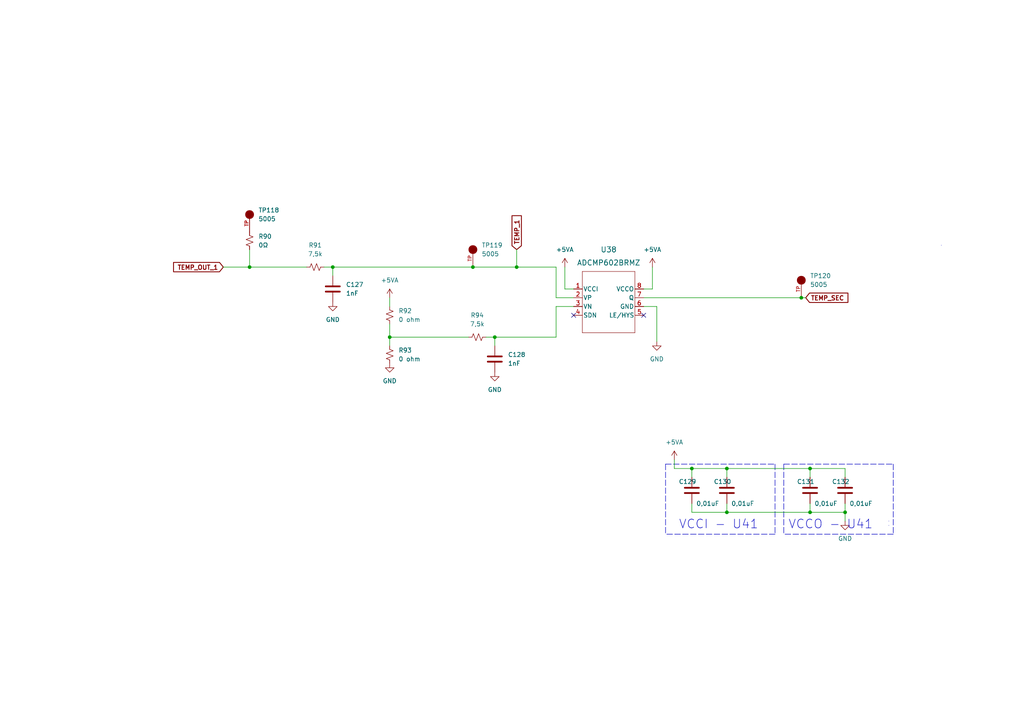
<source format=kicad_sch>
(kicad_sch (version 20211123) (generator eeschema)
  (paper "A4")
  (lib_symbols
    (symbol "Device:C" (pin_numbers hide) (pin_names (offset 0.254))
      (property "Reference" "C" (at 0.635 2.54 0))
      (property "Value" "C" (at 0.635 -2.54 0))
      (symbol "C_0_1"
        (polyline (pts (xy -2.032 -0.762) (xy 2.032 -0.762)) (stroke (width 0.508)))
        (polyline (pts (xy -2.032 0.762) (xy 2.032 0.762)) (stroke (width 0.508)))
      )
      (symbol "C_1_1"
        (pin passive line (at 0 3.81 270) (length 2.794) (name "~") (number "1"))
        (pin passive line (at 0 -3.81 90) (length 2.794) (name "~") (number "2"))
      )
    )
    (symbol "Device:R_Small_US" (pin_numbers hide) (pin_names (offset 0.254) hide)
      (property "Reference" "R" (at 0.762 0.508 0))
      (property "Value" "R_Small_US" (at 0.762 -1.016 0))
      (symbol "R_Small_US_1_1"
        (polyline (pts (xy 0 0) (xy 1.016 -0.381) (xy 0 -0.762) (xy -1.016 -1.143) (xy 0 -1.524)))
        (polyline (pts (xy 0 1.524) (xy 1.016 1.143) (xy 0 0.762) (xy -1.016 0.381) (xy 0 0)))
        (pin passive line (at 0 2.54 270) (length 1.016) (name "~") (number "1"))
        (pin passive line (at 0 -2.54 90) (length 1.016) (name "~") (number "2"))
      )
    )
    (symbol "SymLib:5005" (pin_names (offset 1.016))
      (property "Reference" "TP" (at -2.54 2.54 0))
      (property "Value" "5005" (at -2.54 -3.81 0))
      (symbol "5005_0_0"
        (circle (center 0 0) (radius 0.635) (stroke (width 1.27)))
        (pin passive line (at -5.08 0 0) (length 5.08) (name "~") (number "TP"))
      )
    )
    (symbol "SymLib:ADCMP602BRMZ" (pin_names (offset 0.254))
      (property "Reference" "U" (at 8.89 6.35 0))
      (property "Value" "ADCMP602BRMZ" (at 16.51 -13.97 0))
      (symbol "ADCMP602BRMZ_1_1"
        (polyline (pts (xy 7.62 -12.7) (xy 22.86 -12.7)) (stroke (width 0.127)))
        (polyline (pts (xy 7.62 5.08) (xy 7.62 -12.7)) (stroke (width 0.127)))
        (polyline (pts (xy 22.86 -12.7) (xy 22.86 5.08)) (stroke (width 0.127)))
        (polyline (pts (xy 22.86 5.08) (xy 7.62 5.08)) (stroke (width 0.127)))
        (pin power_in line (at 5.08 0 0) (length 2.54) (name "VCCI") (number "1"))
        (pin input line (at 5.08 -2.54 0) (length 2.54) (name "VP") (number "2"))
        (pin input line (at 5.08 -5.08 0) (length 2.54) (name "VN") (number "3"))
        (pin unspecified line (at 5.08 -7.62 0) (length 2.54) (name "SDN") (number "4"))
        (pin unspecified line (at 25.4 -7.62 180) (length 2.45) (name "LE/HYS") (number "5"))
        (pin power_in line (at 25.4 -5.08 180) (length 2.54) (name "GND") (number "6"))
        (pin output line (at 25.4 -2.54 180) (length 2.54) (name "Q") (number "7"))
        (pin power_in line (at 25.4 0 180) (length 2.54) (name "VCCO") (number "8"))
      )
    )
    (symbol "power:+5VA" (power) (pin_names (offset 0))
      (property "Value" "+5VA" (at 0 3.556 0))
      (symbol "+5VA_0_1"
        (polyline (pts (xy -0.762 1.27) (xy 0 2.54)))
        (polyline (pts (xy 0 0) (xy 0 2.54)))
        (polyline (pts (xy 0 2.54) (xy 0.762 1.27)))
      )
      (symbol "+5VA_1_1"
        (pin power_in line (at 0 0 90) (length 0) hide (name "+5VA") (number "1"))
      )
    )
    (symbol "power:GND" (power) (pin_names (offset 0))
      (property "Value" "GND" (at 0 -3.81 0))
      (symbol "GND_0_1"
        (polyline (pts (xy 0 0) (xy 0 -1.27) (xy 1.27 -1.27) (xy 0 -2.54) (xy -1.27 -1.27) (xy 0 -1.27)))
      )
      (symbol "GND_1_1"
        (pin power_in line (at 0 0 270) (length 0) hide (name "GND") (number "1"))
      )
    )
  )
  (junction (at 137.16 77.47))
  (junction (at 232.41 86.36))
  (junction (at 234.95 148.59))
  (junction (at 143.51 97.79))
  (junction (at 200.66 135.89))
  (junction (at 113.03 97.79))
  (junction (at 234.95 135.89))
  (junction (at 149.86 77.47))
  (junction (at 245.11 148.59))
  (junction (at 210.82 135.89))
  (junction (at 96.52 77.47))
  (junction (at 210.82 148.59))
  (junction (at 72.39 77.47))
  (no_connect (at 166.37 91.44))
  (no_connect (at 186.69 91.44))
  (wire (pts (xy 163.83 83.82) (xy 163.83 77.47)))
  (wire (pts (xy 245.11 148.59) (xy 234.95 148.59)))
  (wire (pts (xy 200.66 146.05) (xy 200.66 148.59)))
  (polyline (pts (xy 227.33 134.62) (xy 227.33 154.94)))
  (wire (pts (xy 113.03 97.79) (xy 135.89 97.79)))
  (polyline (pts (xy 193.04 134.62) (xy 193.04 154.94)))
  (polyline (pts (xy 273.05 71.12) (xy 273.05 71.12)))
  (wire (pts (xy 113.03 86.36) (xy 113.03 88.9)))
  (wire (pts (xy 161.29 97.79) (xy 161.29 88.9)))
  (wire (pts (xy 210.82 148.59) (xy 234.95 148.59)))
  (wire (pts (xy 113.03 93.98) (xy 113.03 97.79)))
  (wire (pts (xy 186.69 88.9) (xy 190.5 88.9)))
  (wire (pts (xy 161.29 77.47) (xy 161.29 86.36)))
  (wire (pts (xy 200.66 135.89) (xy 210.82 135.89)))
  (wire (pts (xy 149.86 77.47) (xy 161.29 77.47)))
  (wire (pts (xy 234.95 135.89) (xy 234.95 138.43)))
  (wire (pts (xy 210.82 146.05) (xy 210.82 148.59)))
  (wire (pts (xy 200.66 135.89) (xy 200.66 138.43)))
  (wire (pts (xy 245.11 135.89) (xy 245.11 138.43)))
  (wire (pts (xy 96.52 77.47) (xy 137.16 77.47)))
  (wire (pts (xy 72.39 72.39) (xy 72.39 77.47)))
  (wire (pts (xy 186.69 86.36) (xy 232.41 86.36)))
  (wire (pts (xy 210.82 148.59) (xy 200.66 148.59)))
  (wire (pts (xy 96.52 77.47) (xy 96.52 80.01)))
  (wire (pts (xy 189.23 83.82) (xy 189.23 77.47)))
  (wire (pts (xy 210.82 135.89) (xy 210.82 138.43)))
  (wire (pts (xy 113.03 97.79) (xy 113.03 100.33)))
  (wire (pts (xy 234.95 146.05) (xy 234.95 148.59)))
  (wire (pts (xy 96.52 77.47) (xy 93.98 77.47)))
  (wire (pts (xy 143.51 97.79) (xy 143.51 100.33)))
  (wire (pts (xy 190.5 88.9) (xy 190.5 99.06)))
  (polyline (pts (xy 257.81 152.4) (xy 257.81 152.4)))
  (wire (pts (xy 137.16 77.47) (xy 149.86 77.47)))
  (wire (pts (xy 161.29 86.36) (xy 166.37 86.36)))
  (wire (pts (xy 210.82 135.89) (xy 234.95 135.89)))
  (polyline (pts (xy 257.81 151.13) (xy 257.81 151.13)))
  (wire (pts (xy 186.69 83.82) (xy 189.23 83.82)))
  (wire (pts (xy 245.11 148.59) (xy 245.11 151.13)))
  (wire (pts (xy 64.77 77.47) (xy 72.39 77.47)))
  (polyline (pts (xy 259.08 134.62) (xy 259.08 154.94)))
  (polyline (pts (xy 259.08 154.94) (xy 227.33 154.94)))
  (wire (pts (xy 233.68 86.36) (xy 232.41 86.36)))
  (wire (pts (xy 140.97 97.79) (xy 143.51 97.79)))
  (wire (pts (xy 143.51 97.79) (xy 161.29 97.79)))
  (wire (pts (xy 195.58 133.35) (xy 195.58 135.89)))
  (wire (pts (xy 72.39 77.47) (xy 88.9 77.47)))
  (polyline (pts (xy 224.79 134.62) (xy 224.79 154.94)))
  (polyline (pts (xy 227.33 134.62) (xy 259.08 134.62)))
  (wire (pts (xy 234.95 135.89) (xy 245.11 135.89)))
  (wire (pts (xy 161.29 88.9) (xy 166.37 88.9)))
  (polyline (pts (xy 224.79 154.94) (xy 193.04 154.94)))
  (wire (pts (xy 195.58 135.89) (xy 200.66 135.89)))
  (wire (pts (xy 245.11 146.05) (xy 245.11 148.59)))
  (wire (pts (xy 149.86 72.39) (xy 149.86 77.47)))
  (wire (pts (xy 166.37 83.82) (xy 163.83 83.82)))
  (polyline (pts (xy 193.04 134.62) (xy 224.79 134.62)))
  (text "VCCO - U41" (at 228.6 153.67 0) (effects (font (size 2.54 2.54)) (justify left bottom)))
  (text "VCCI - U41" (at 196.85 153.67 0) (effects (font (size 2.54 2.54)) (justify left bottom)))
  (global_label "TEMP_1" (shape input) (at 149.86 72.39 90) (effects (font bold)) (property "Intersheet References" "${INTERSHEET_REFS}" (effects hide)))
  (global_label "TEMP_OUT_1" (shape input) (at 64.77 77.47 180) (effects (font (thickness 0.254) bold)) (property "Intersheet References" "${INTERSHEET_REFS}" (effects hide)))
  (global_label "TEMP_SEC" (shape input) (at 233.68 86.36 0) (effects (font bold)) (property "Intersheet References" "${INTERSHEET_REFS}" (effects hide)))
  (symbol (lib_id "Device:C") (at 234.95 142.24 0) (unit 1)
    (property "Reference" "C131" (at 231.14 139.7 0) (effects (justify left)))
    (property "Value" "0,01uF" (at 236.22 146.05 0) (effects (justify left)))
    (property "Footprint" "Capacitor_SMD:C_0603_1608Metric" (effects hide))
  )
  (symbol (lib_id "Device:R_Small_US") (at 113.03 102.87 180) (unit 1)
    (property "Reference" "R93" (at 115.57 101.5999 0) (effects (justify right)))
    (property "Value" "0 ohm" (at 115.57 104.1399 0) (effects (justify right)))
    (property "Footprint" "Resistor_SMD:R_0603_1608Metric" (effects hide))
  )
  (symbol (lib_id "SymLib:5005") (at 72.39 62.23 90) (unit 1)
    (property "Reference" "TP118" (at 74.93 60.9599 90) (effects (justify right)))
    (property "Value" "5005" (at 74.93 63.4999 90) (effects (justify right)))
    (property "Footprint" "FootPrint:KEYSTONE_5005" (effects hide))
    (property "MF" "Keystone Electronics" (effects hide))
    (property "DESCRIPTION" "Compact THM Test Point -Red" (effects hide))
    (property "PACKAGE" "NON STANDARD-1 Keystone" (effects hide))
    (property "PRICE" "None" (effects hide))
    (property "MP" "5005" (effects hide))
    (property "AVAILABILITY" "In Stock" (effects hide))
    (property "PURCHASE-URL" "https://pricing.snapeda.com/search/part/5005/?ref=eda" (effects hide))
  )
  (symbol (lib_id "SymLib:ADCMP602BRMZ") (at 161.29 83.82 0) (unit 1)
    (property "Reference" "U38" (at 176.5432 72.39 0) (effects (font (size 1.524 1.524))))
    (property "Value" "ADCMP602BRMZ" (at 176.5432 76.2 0) (effects (font (size 1.524 1.524))))
    (property "Footprint" "FootPrint:ADCMP602BRMZ" (effects hide))
    (property "Datasheet" "ADCMP602BRMZ" (effects hide))
  )
  (symbol (lib_id "power:GND") (at 113.03 105.41 0) (unit 1)
    (property "Reference" "#PWR0203" (effects hide))
    (property "Value" "GND" (at 113.03 110.49 0))
  )
  (symbol (lib_id "power:GND") (at 190.5 99.06 0) (unit 1)
    (property "Reference" "#PWR0207" (effects hide))
    (property "Value" "GND" (at 190.5 104.14 0))
  )
  (symbol (lib_id "power:+5VA") (at 113.03 86.36 0) (unit 1)
    (property "Reference" "#PWR0202" (effects hide))
    (property "Value" "+5VA" (at 113.03 81.28 0))
  )
  (symbol (lib_id "power:+5VA") (at 163.83 77.47 0) (unit 1)
    (property "Reference" "#PWR0205" (effects hide))
    (property "Value" "+5VA" (at 163.83 72.39 0))
  )
  (symbol (lib_id "Device:C") (at 245.11 142.24 0) (unit 1)
    (property "Reference" "C132" (at 241.3 139.7 0) (effects (justify left)))
    (property "Value" "0,01uF" (at 246.38 146.05 0) (effects (justify left)))
    (property "Footprint" "Capacitor_SMD:C_0603_1608Metric" (effects hide))
  )
  (symbol (lib_id "power:GND") (at 245.11 151.13 0) (unit 1)
    (property "Reference" "#PWR0209" (effects hide))
    (property "Value" "GND" (at 245.11 156.21 0))
  )
  (symbol (lib_id "Device:C") (at 96.52 83.82 0) (unit 1)
    (property "Reference" "C127" (at 100.33 82.5499 0) (effects (justify left)))
    (property "Value" "1nF" (at 100.33 85.0899 0) (effects (justify left)))
    (property "Footprint" "Capacitor_SMD:C_0603_1608Metric" (effects hide))
  )
  (symbol (lib_id "Device:R_Small_US") (at 113.03 91.44 0) (unit 1)
    (property "Reference" "R92" (at 115.57 90.1699 0) (effects (justify left)))
    (property "Value" "0 ohm" (at 115.57 92.7099 0) (effects (justify left)))
    (property "Footprint" "Resistor_SMD:R_0603_1608Metric" (effects hide))
  )
  (symbol (lib_id "Device:C") (at 200.66 142.24 0) (unit 1)
    (property "Reference" "C129" (at 196.85 139.7 0) (effects (justify left)))
    (property "Value" "0,01uF" (at 201.93 146.05 0) (effects (justify left)))
    (property "Footprint" "Capacitor_SMD:C_0603_1608Metric" (effects hide))
  )
  (symbol (lib_id "Device:R_Small_US") (at 72.39 69.85 0) (unit 1)
    (property "Reference" "R90" (at 74.93 68.5799 0) (effects (justify left)))
    (property "Value" "0Ω" (at 74.93 71.1199 0) (effects (justify left)))
    (property "Footprint" "Resistor_SMD:R_0603_1608Metric" (effects hide))
  )
  (symbol (lib_id "power:+5VA") (at 189.23 77.47 0) (mirror y) (unit 1)
    (property "Reference" "#PWR0206" (effects hide))
    (property "Value" "+5VA" (at 189.23 72.39 0))
  )
  (symbol (lib_id "SymLib:5005") (at 232.41 81.28 90) (unit 1)
    (property "Reference" "TP120" (at 234.95 80.0099 90) (effects (justify right)))
    (property "Value" "5005" (at 234.95 82.5499 90) (effects (justify right)))
    (property "Footprint" "FootPrint:KEYSTONE_5005" (effects hide))
    (property "MF" "Keystone Electronics" (effects hide))
    (property "DESCRIPTION" "Compact THM Test Point -Red" (effects hide))
    (property "PACKAGE" "NON STANDARD-1 Keystone" (effects hide))
    (property "PRICE" "None" (effects hide))
    (property "MP" "5005" (effects hide))
    (property "AVAILABILITY" "In Stock" (effects hide))
    (property "PURCHASE-URL" "https://pricing.snapeda.com/search/part/5005/?ref=eda" (effects hide))
  )
  (symbol (lib_id "Device:C") (at 210.82 142.24 0) (unit 1)
    (property "Reference" "C130" (at 207.01 139.7 0) (effects (justify left)))
    (property "Value" "0,01uF" (at 212.09 146.05 0) (effects (justify left)))
    (property "Footprint" "Capacitor_SMD:C_0603_1608Metric" (effects hide))
  )
  (symbol (lib_id "Device:R_Small_US") (at 91.44 77.47 90) (unit 1)
    (property "Reference" "R91" (at 91.44 71.12 90))
    (property "Value" "7,5k" (at 91.44 73.66 90))
    (property "Footprint" "Resistor_SMD:R_0603_1608Metric" (effects hide))
  )
  (symbol (lib_id "SymLib:5005") (at 137.16 72.39 90) (unit 1)
    (property "Reference" "TP119" (at 139.7 71.1199 90) (effects (justify right)))
    (property "Value" "5005" (at 139.7 73.6599 90) (effects (justify right)))
    (property "Footprint" "FootPrint:KEYSTONE_5005" (effects hide))
    (property "MF" "Keystone Electronics" (effects hide))
    (property "DESCRIPTION" "Compact THM Test Point -Red" (effects hide))
    (property "PACKAGE" "NON STANDARD-1 Keystone" (effects hide))
    (property "PRICE" "None" (effects hide))
    (property "MP" "5005" (effects hide))
    (property "AVAILABILITY" "In Stock" (effects hide))
    (property "PURCHASE-URL" "https://pricing.snapeda.com/search/part/5005/?ref=eda" (effects hide))
  )
  (symbol (lib_id "Device:C") (at 143.51 104.14 0) (unit 1)
    (property "Reference" "C128" (at 147.32 102.8699 0) (effects (justify left)))
    (property "Value" "1nF" (at 147.32 105.4099 0) (effects (justify left)))
    (property "Footprint" "Capacitor_SMD:C_0603_1608Metric" (effects hide))
  )
  (symbol (lib_id "power:GND") (at 96.52 87.63 0) (unit 1)
    (property "Reference" "#PWR0201" (effects hide))
    (property "Value" "GND" (at 96.52 92.71 0))
  )
  (symbol (lib_id "Device:R_Small_US") (at 138.43 97.79 90) (unit 1)
    (property "Reference" "R94" (at 138.43 91.44 90))
    (property "Value" "7,5k" (at 138.43 93.98 90))
    (property "Footprint" "Resistor_SMD:R_0603_1608Metric" (effects hide))
  )
  (symbol (lib_id "power:GND") (at 143.51 107.95 0) (unit 1)
    (property "Reference" "#PWR0204" (effects hide))
    (property "Value" "GND" (at 143.51 113.03 0))
  )
  (symbol (lib_id "power:+5VA") (at 195.58 133.35 0) (unit 1)
    (property "Reference" "#PWR0208" (effects hide))
    (property "Value" "+5VA" (at 195.58 128.27 0))
  )
)
</source>
